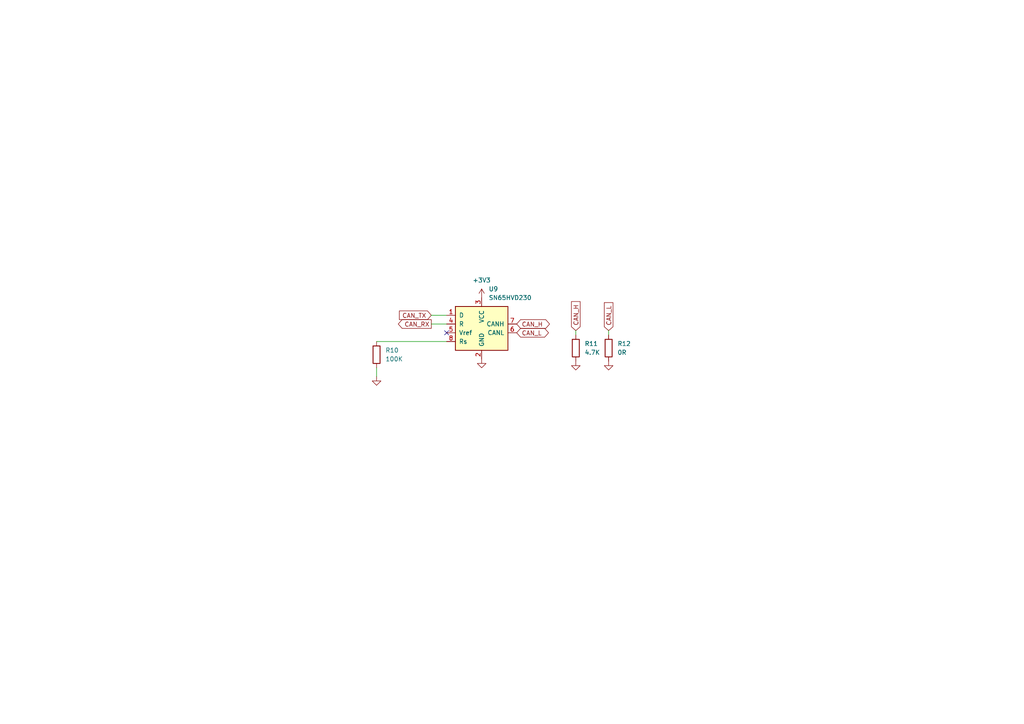
<source format=kicad_sch>
(kicad_sch (version 20211123) (generator eeschema)
  (paper "A4")
  (lib_symbols
    (symbol "Device:R" (pin_numbers hide) (pin_names (offset 0))
      (property "Reference" "R" (at 2.032 0 90))
      (property "Value" "R" (at 0 0 90))
      (symbol "R_0_1"
        (rectangle (start -1.016 -2.54) (end 1.016 2.54) (stroke (width 0.254)))
      )
      (symbol "R_1_1"
        (pin passive line (at 0 3.81 270) (length 1.27) (name "~") (number "1"))
        (pin passive line (at 0 -3.81 90) (length 1.27) (name "~") (number "2"))
      )
    )
    (symbol "Interface_CAN_LIN:SN65HVD230" (pin_names (offset 1.016))
      (property "Reference" "U" (at -2.54 10.16 0))
      (property "Value" "SN65HVD230" (at -2.54 7.62 0))
      (symbol "SN65HVD230_0_1"
        (rectangle (start -7.62 5.08) (end 7.62 -7.62) (stroke (width 0.254)) (fill (type background)))
      )
      (symbol "SN65HVD230_1_1"
        (pin input line (at -10.16 2.54 0) (length 2.54) (name "D") (number "1"))
        (pin power_in line (at 0 -10.16 90) (length 2.54) (name "GND") (number "2"))
        (pin power_in line (at 0 7.62 270) (length 2.54) (name "VCC") (number "3"))
        (pin output line (at -10.16 0 0) (length 2.54) (name "R") (number "4"))
        (pin output line (at -10.16 -2.54 0) (length 2.54) (name "Vref") (number "5"))
        (pin bidirectional line (at 10.16 -2.54 180) (length 2.54) (name "CANL") (number "6"))
        (pin bidirectional line (at 10.16 0 180) (length 2.54) (name "CANH") (number "7"))
        (pin input line (at -10.16 -5.08 0) (length 2.54) (name "Rs") (number "8"))
      )
    )
    (symbol "power:+3V3" (power) (pin_names (offset 0))
      (property "Value" "+3V3" (at 0 3.556 0))
      (symbol "+3V3_0_1"
        (polyline (pts (xy -0.762 1.27) (xy 0 2.54)))
        (polyline (pts (xy 0 0) (xy 0 2.54)))
        (polyline (pts (xy 0 2.54) (xy 0.762 1.27)))
      )
      (symbol "+3V3_1_1"
        (pin power_in line (at 0 0 90) (length 0) hide (name "+3V3") (number "1"))
      )
    )
    (symbol "power:GND" (power) (pin_names (offset 0))
      (property "Value" "GND" (at 0 -3.81 0))
      (symbol "GND_0_1"
        (polyline (pts (xy 0 0) (xy 0 -1.27) (xy 1.27 -1.27) (xy 0 -2.54) (xy -1.27 -1.27) (xy 0 -1.27)))
      )
      (symbol "GND_1_1"
        (pin power_in line (at 0 0 270) (length 0) hide (name "GND") (number "1"))
      )
    )
  )
  (no_connect (at 129.54 96.52))
  (wire (pts (xy 125.095 93.98) (xy 129.54 93.98)))
  (wire (pts (xy 109.22 99.06) (xy 129.54 99.06)))
  (wire (pts (xy 167.005 95.885) (xy 167.005 97.155)))
  (wire (pts (xy 109.22 106.68) (xy 109.22 109.22)))
  (wire (pts (xy 125.095 91.44) (xy 129.54 91.44)))
  (wire (pts (xy 176.53 95.885) (xy 176.53 97.155)))
  (global_label "CAN_L" (shape input) (at 176.53 95.885 90) (property "Intersheet References" "${INTERSHEET_REFS}" (effects hide)))
  (global_label "CAN_H" (shape bidirectional) (at 149.86 93.98 0) (property "Intersheet References" "${INTERSHEET_REFS}" (effects hide)))
  (global_label "CAN_TX" (shape input) (at 125.095 91.44 180) (property "Intersheet References" "${INTERSHEET_REFS}" (effects hide)))
  (global_label "CAN_RX" (shape output) (at 125.095 93.98 180) (property "Intersheet References" "${INTERSHEET_REFS}" (effects hide)))
  (global_label "CAN_L" (shape bidirectional) (at 149.86 96.52 0) (property "Intersheet References" "${INTERSHEET_REFS}" (effects hide)))
  (global_label "CAN_H" (shape input) (at 167.005 95.885 90) (property "Intersheet References" "${INTERSHEET_REFS}" (effects hide)))
  (symbol (lib_id "power:GND") (at 109.22 109.22 0) (unit 1)
    (property "Reference" "#PWR055" (effects hide))
    (property "Value" "GND" (effects hide))
  )
  (symbol (lib_id "Device:R") (at 176.53 100.965 0) (unit 1)
    (property "Reference" "R12" (at 179.07 99.6949 0) (effects (justify left)))
    (property "Value" "0R" (at 179.07 102.2349 0) (effects (justify left)))
    (property "Footprint" "Resistor_SMD:R_1206_3216Metric" (effects hide))
  )
  (symbol (lib_id "power:GND") (at 139.7 104.14 0) (unit 1)
    (property "Reference" "#PWR057" (effects hide))
    (property "Value" "GND" (effects hide))
  )
  (symbol (lib_id "power:GND") (at 176.53 104.775 0) (unit 1)
    (property "Reference" "#PWR059" (effects hide))
    (property "Value" "GND" (effects hide))
  )
  (symbol (lib_id "power:GND") (at 167.005 104.775 0) (unit 1)
    (property "Reference" "#PWR058" (effects hide))
    (property "Value" "GND" (effects hide))
  )
  (symbol (lib_id "Device:R") (at 167.005 100.965 0) (unit 1)
    (property "Reference" "R11" (at 169.545 99.6949 0) (effects (justify left)))
    (property "Value" "4.7K" (at 169.545 102.2349 0) (effects (justify left)))
    (property "Footprint" "Resistor_SMD:R_1206_3216Metric" (effects hide))
  )
  (symbol (lib_id "Interface_CAN_LIN:SN65HVD230") (at 139.7 93.98 0) (unit 1)
    (property "Reference" "U9" (at 141.7194 83.82 0) (effects (justify left)))
    (property "Value" "SN65HVD230" (at 141.7194 86.36 0) (effects (justify left)))
    (property "Footprint" "Package_SO:SOIC-8_3.9x4.9mm_P1.27mm" (effects hide))
    (property "Datasheet" "http://www.ti.com/lit/ds/symlink/sn65hvd230.pdf" (effects hide))
  )
  (symbol (lib_id "power:+3V3") (at 139.7 86.36 0) (unit 1)
    (property "Reference" "#PWR056" (effects hide))
    (property "Value" "+3V3" (at 139.7 81.28 0))
  )
  (symbol (lib_id "Device:R") (at 109.22 102.87 0) (unit 1)
    (property "Reference" "R10" (at 111.76 101.5999 0) (effects (justify left)))
    (property "Value" "100K" (at 111.76 104.1399 0) (effects (justify left)))
    (property "Footprint" "Resistor_SMD:R_0805_2012Metric" (effects hide))
  )
)
</source>
